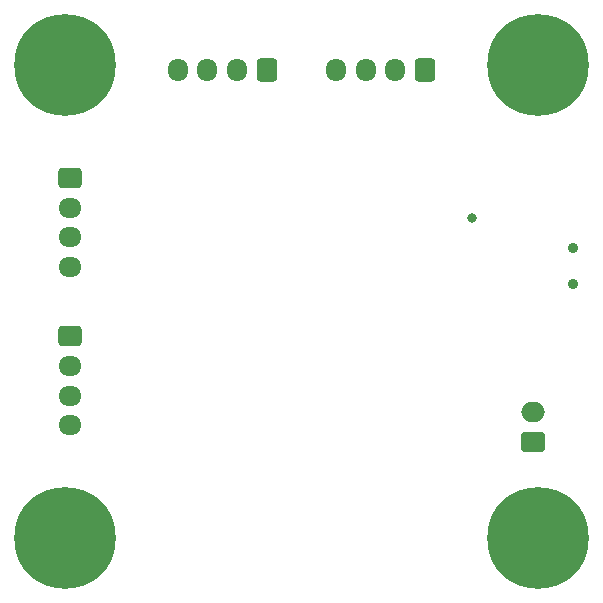
<source format=gbr>
%TF.GenerationSoftware,KiCad,Pcbnew,(6.0.7)*%
%TF.CreationDate,2023-04-20T13:52:41+01:00*%
%TF.ProjectId,BaroAxel_Brain,4261726f-4178-4656-9c5f-427261696e2e,1.0*%
%TF.SameCoordinates,Original*%
%TF.FileFunction,Soldermask,Bot*%
%TF.FilePolarity,Negative*%
%FSLAX46Y46*%
G04 Gerber Fmt 4.6, Leading zero omitted, Abs format (unit mm)*
G04 Created by KiCad (PCBNEW (6.0.7)) date 2023-04-20 13:52:41*
%MOMM*%
%LPD*%
G01*
G04 APERTURE LIST*
G04 Aperture macros list*
%AMRoundRect*
0 Rectangle with rounded corners*
0 $1 Rounding radius*
0 $2 $3 $4 $5 $6 $7 $8 $9 X,Y pos of 4 corners*
0 Add a 4 corners polygon primitive as box body*
4,1,4,$2,$3,$4,$5,$6,$7,$8,$9,$2,$3,0*
0 Add four circle primitives for the rounded corners*
1,1,$1+$1,$2,$3*
1,1,$1+$1,$4,$5*
1,1,$1+$1,$6,$7*
1,1,$1+$1,$8,$9*
0 Add four rect primitives between the rounded corners*
20,1,$1+$1,$2,$3,$4,$5,0*
20,1,$1+$1,$4,$5,$6,$7,0*
20,1,$1+$1,$6,$7,$8,$9,0*
20,1,$1+$1,$8,$9,$2,$3,0*%
G04 Aperture macros list end*
%ADD10RoundRect,0.250000X-0.725000X0.600000X-0.725000X-0.600000X0.725000X-0.600000X0.725000X0.600000X0*%
%ADD11O,1.950000X1.700000*%
%ADD12C,0.800000*%
%ADD13RoundRect,0.250000X0.600000X0.725000X-0.600000X0.725000X-0.600000X-0.725000X0.600000X-0.725000X0*%
%ADD14O,1.700000X1.950000*%
%ADD15C,0.900000*%
%ADD16C,8.600000*%
%ADD17RoundRect,0.250000X0.750000X-0.600000X0.750000X0.600000X-0.750000X0.600000X-0.750000X-0.600000X0*%
%ADD18O,2.000000X1.700000*%
G04 APERTURE END LIST*
D10*
%TO.C,J102*%
X128270000Y-106280000D03*
D11*
X128270000Y-108780000D03*
X128270000Y-111280000D03*
X128270000Y-113780000D03*
%TD*%
D12*
%TO.C,SW201*%
X162260000Y-109640000D03*
%TD*%
D13*
%TO.C,J103*%
X144870000Y-97080000D03*
D14*
X142370000Y-97080000D03*
X139870000Y-97080000D03*
X137370000Y-97080000D03*
%TD*%
D13*
%TO.C,J104*%
X158270000Y-97080000D03*
D14*
X155770000Y-97080000D03*
X153270000Y-97080000D03*
X150770000Y-97080000D03*
%TD*%
D15*
%TO.C,H103*%
X167820000Y-139955000D03*
X165539581Y-139010419D03*
X171045000Y-136730000D03*
X167820000Y-133505000D03*
X170100419Y-139010419D03*
X164595000Y-136730000D03*
D16*
X167820000Y-136730000D03*
D15*
X170100419Y-134449581D03*
X165539581Y-134449581D03*
%TD*%
%TO.C,H102*%
X164595000Y-96730000D03*
X171045000Y-96730000D03*
X167820000Y-99955000D03*
X170100419Y-94449581D03*
X170100419Y-99010419D03*
D16*
X167820000Y-96730000D03*
D15*
X165539581Y-99010419D03*
X167820000Y-93505000D03*
X165539581Y-94449581D03*
%TD*%
%TO.C,SW202*%
X170820000Y-115230000D03*
X170820000Y-112230000D03*
%TD*%
D17*
%TO.C,J101*%
X167470000Y-128580000D03*
D18*
X167470000Y-126080000D03*
%TD*%
D15*
%TO.C,H101*%
X124595000Y-96730000D03*
X130100419Y-94449581D03*
X131045000Y-96730000D03*
D16*
X127820000Y-96730000D03*
D15*
X125539581Y-99010419D03*
X127820000Y-99955000D03*
X125539581Y-94449581D03*
X127820000Y-93505000D03*
X130100419Y-99010419D03*
%TD*%
%TO.C,H104*%
X125539581Y-134449581D03*
X130100419Y-134449581D03*
X127820000Y-139955000D03*
D16*
X127820000Y-136730000D03*
D15*
X130100419Y-139010419D03*
X131045000Y-136730000D03*
X124595000Y-136730000D03*
X125539581Y-139010419D03*
X127820000Y-133505000D03*
%TD*%
D10*
%TO.C,J105*%
X128270000Y-119680000D03*
D11*
X128270000Y-122180000D03*
X128270000Y-124680000D03*
X128270000Y-127180000D03*
%TD*%
M02*

</source>
